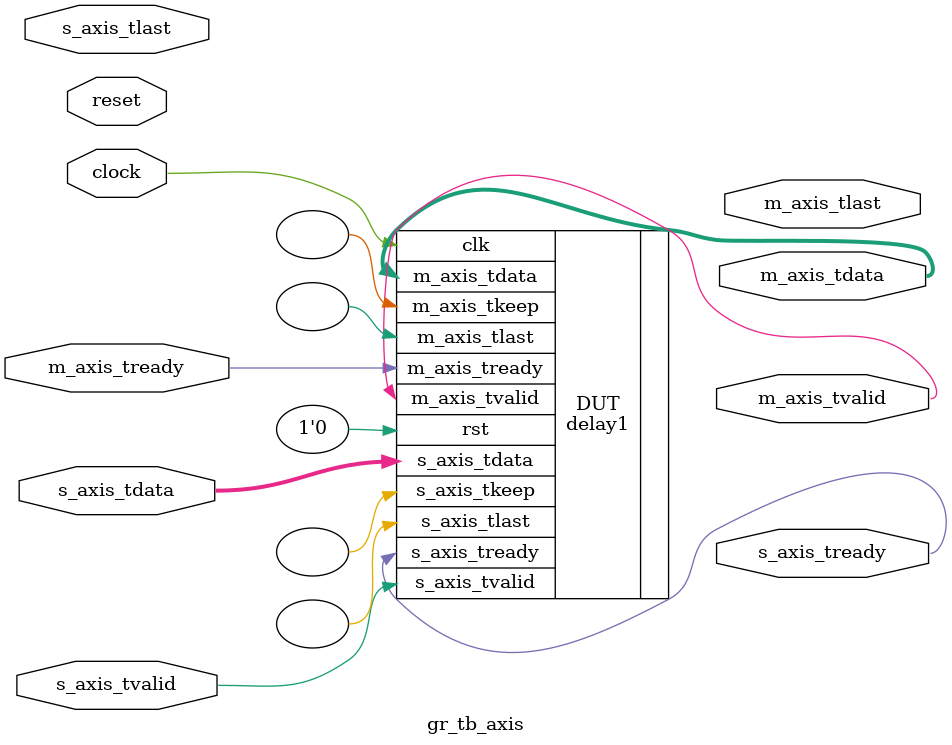
<source format=v>


module gr_tb_axis #
(
    parameter DATA_WIDTH = 64
)
(
    input  wire                   clock,
    input  wire                   reset,

    /*
     * AXI input
     */
    input  wire [DATA_WIDTH-1:0]  s_axis_tdata,
    input  wire                   s_axis_tvalid,
    output wire                   s_axis_tready,
    input  wire                   s_axis_tlast,

    /*
     * AXI output
     */
    output wire [DATA_WIDTH-1:0]  m_axis_tdata,
    output wire                   m_axis_tvalid,
    input  wire                   m_axis_tready,
    output wire                   m_axis_tlast
);

delay1 #(
    .DATA_WIDTH(DATA_WIDTH)
)
DUT (
    .clk(clock),
    .rst(1'b0),

    /*
     * AXI input
     */
    .s_axis_tdata(s_axis_tdata),
    .s_axis_tkeep(),
    .s_axis_tvalid(s_axis_tvalid),
    .s_axis_tready(s_axis_tready),
    .s_axis_tlast(),

    /*
     * AXI output
     */
    .m_axis_tdata(m_axis_tdata),
    .m_axis_tkeep(),
    .m_axis_tvalid(m_axis_tvalid),
    .m_axis_tready(m_axis_tready),
    .m_axis_tlast()
);

endmodule

</source>
